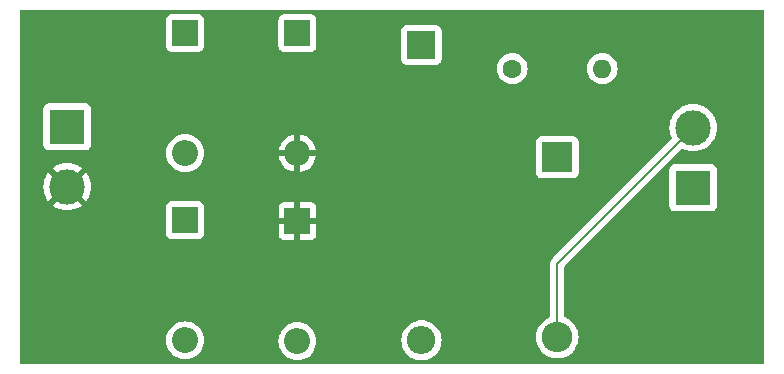
<source format=gbr>
G04 #@! TF.GenerationSoftware,KiCad,Pcbnew,8.0.6*
G04 #@! TF.CreationDate,2025-09-25T22:41:12-06:00*
G04 #@! TF.ProjectId,CargadorWalkieTalkie,43617267-6164-46f7-9257-616c6b696554,0.0*
G04 #@! TF.SameCoordinates,Original*
G04 #@! TF.FileFunction,Copper,L1,Top*
G04 #@! TF.FilePolarity,Positive*
%FSLAX46Y46*%
G04 Gerber Fmt 4.6, Leading zero omitted, Abs format (unit mm)*
G04 Created by KiCad (PCBNEW 8.0.6) date 2025-09-25 22:41:12*
%MOMM*%
%LPD*%
G01*
G04 APERTURE LIST*
G04 #@! TA.AperFunction,ComponentPad*
%ADD10C,1.600000*%
G04 #@! TD*
G04 #@! TA.AperFunction,ComponentPad*
%ADD11O,1.600000X1.600000*%
G04 #@! TD*
G04 #@! TA.AperFunction,ComponentPad*
%ADD12R,2.400000X2.400000*%
G04 #@! TD*
G04 #@! TA.AperFunction,ComponentPad*
%ADD13O,2.400000X2.400000*%
G04 #@! TD*
G04 #@! TA.AperFunction,ComponentPad*
%ADD14R,2.600000X2.600000*%
G04 #@! TD*
G04 #@! TA.AperFunction,ComponentPad*
%ADD15O,2.600000X2.600000*%
G04 #@! TD*
G04 #@! TA.AperFunction,ComponentPad*
%ADD16R,2.200000X2.200000*%
G04 #@! TD*
G04 #@! TA.AperFunction,ComponentPad*
%ADD17O,2.200000X2.200000*%
G04 #@! TD*
G04 #@! TA.AperFunction,ComponentPad*
%ADD18R,3.000000X3.000000*%
G04 #@! TD*
G04 #@! TA.AperFunction,ComponentPad*
%ADD19C,3.000000*%
G04 #@! TD*
G04 #@! TA.AperFunction,Conductor*
%ADD20C,0.200000*%
G04 #@! TD*
G04 APERTURE END LIST*
D10*
X133190000Y-81000000D03*
D11*
X140810000Y-81000000D03*
D12*
X125500000Y-79000000D03*
D13*
X125500000Y-104000000D03*
D14*
X137000000Y-88500000D03*
D15*
X137000000Y-103740000D03*
D16*
X105500000Y-78000000D03*
D17*
X105500000Y-88160000D03*
D16*
X105500000Y-93840000D03*
D17*
X105500000Y-104000000D03*
D16*
X115000000Y-78000000D03*
D17*
X115000000Y-88160000D03*
D18*
X148500000Y-91080000D03*
D19*
X148500000Y-86000000D03*
D18*
X95500000Y-85920000D03*
D19*
X95500000Y-91000000D03*
D16*
X115000000Y-93920000D03*
D17*
X115000000Y-104080000D03*
D20*
X137000000Y-97500000D02*
X148500000Y-86000000D01*
X137000000Y-103740000D02*
X137000000Y-97500000D01*
G04 #@! TA.AperFunction,Conductor*
G36*
X154442539Y-76020185D02*
G01*
X154488294Y-76072989D01*
X154499500Y-76124500D01*
X154499500Y-105875500D01*
X154479815Y-105942539D01*
X154427011Y-105988294D01*
X154375500Y-105999500D01*
X91624500Y-105999500D01*
X91557461Y-105979815D01*
X91511706Y-105927011D01*
X91500500Y-105875500D01*
X91500500Y-104000000D01*
X103894551Y-104000000D01*
X103914317Y-104251151D01*
X103973126Y-104496110D01*
X104069533Y-104728859D01*
X104201160Y-104943653D01*
X104201161Y-104943656D01*
X104201164Y-104943659D01*
X104364776Y-105135224D01*
X104458443Y-105215223D01*
X104556343Y-105298838D01*
X104556346Y-105298839D01*
X104771140Y-105430466D01*
X104939690Y-105500281D01*
X105003889Y-105526873D01*
X105248852Y-105585683D01*
X105500000Y-105605449D01*
X105751148Y-105585683D01*
X105996111Y-105526873D01*
X106228859Y-105430466D01*
X106443659Y-105298836D01*
X106635224Y-105135224D01*
X106798836Y-104943659D01*
X106930466Y-104728859D01*
X107026873Y-104496111D01*
X107085683Y-104251148D01*
X107099153Y-104080000D01*
X113394551Y-104080000D01*
X113414317Y-104331151D01*
X113473126Y-104576110D01*
X113569533Y-104808859D01*
X113701160Y-105023653D01*
X113701161Y-105023656D01*
X113701164Y-105023659D01*
X113864776Y-105215224D01*
X114002944Y-105333231D01*
X114056343Y-105378838D01*
X114056346Y-105378839D01*
X114271140Y-105510466D01*
X114456845Y-105587387D01*
X114503889Y-105606873D01*
X114748852Y-105665683D01*
X115000000Y-105685449D01*
X115251148Y-105665683D01*
X115496111Y-105606873D01*
X115728859Y-105510466D01*
X115943659Y-105378836D01*
X116135224Y-105215224D01*
X116298836Y-105023659D01*
X116430466Y-104808859D01*
X116526873Y-104576111D01*
X116585683Y-104331148D01*
X116605449Y-104080000D01*
X116599152Y-103999995D01*
X123794732Y-103999995D01*
X123794732Y-104000004D01*
X123813777Y-104254154D01*
X123831350Y-104331148D01*
X123870492Y-104502637D01*
X123963607Y-104739888D01*
X124091041Y-104960612D01*
X124249950Y-105159877D01*
X124436783Y-105333232D01*
X124647366Y-105476805D01*
X124647371Y-105476807D01*
X124647372Y-105476808D01*
X124647373Y-105476809D01*
X124751333Y-105526873D01*
X124876992Y-105587387D01*
X124876993Y-105587387D01*
X124876996Y-105587389D01*
X125120542Y-105662513D01*
X125372565Y-105700500D01*
X125627435Y-105700500D01*
X125879458Y-105662513D01*
X126123004Y-105587389D01*
X126352634Y-105476805D01*
X126563217Y-105333232D01*
X126750050Y-105159877D01*
X126908959Y-104960612D01*
X127036393Y-104739888D01*
X127129508Y-104502637D01*
X127186222Y-104254157D01*
X127205268Y-104000000D01*
X127186222Y-103745843D01*
X127184887Y-103739995D01*
X135194451Y-103739995D01*
X135194451Y-103740004D01*
X135214616Y-104009101D01*
X135274664Y-104272188D01*
X135274666Y-104272195D01*
X135362547Y-104496111D01*
X135373257Y-104523398D01*
X135508185Y-104757102D01*
X135644080Y-104927509D01*
X135676442Y-104968089D01*
X135856571Y-105135223D01*
X135874259Y-105151635D01*
X136097226Y-105303651D01*
X136340359Y-105420738D01*
X136598228Y-105500280D01*
X136598229Y-105500280D01*
X136598232Y-105500281D01*
X136865063Y-105540499D01*
X136865068Y-105540499D01*
X136865071Y-105540500D01*
X136865072Y-105540500D01*
X137134928Y-105540500D01*
X137134929Y-105540500D01*
X137134936Y-105540499D01*
X137401767Y-105500281D01*
X137401768Y-105500280D01*
X137401772Y-105500280D01*
X137659641Y-105420738D01*
X137902775Y-105303651D01*
X138125741Y-105151635D01*
X138323561Y-104968085D01*
X138491815Y-104757102D01*
X138626743Y-104523398D01*
X138725334Y-104272195D01*
X138785383Y-104009103D01*
X138805549Y-103740000D01*
X138785383Y-103470897D01*
X138725334Y-103207805D01*
X138626743Y-102956602D01*
X138491815Y-102722898D01*
X138323561Y-102511915D01*
X138323560Y-102511914D01*
X138323557Y-102511910D01*
X138125741Y-102328365D01*
X138083404Y-102299500D01*
X137902775Y-102176349D01*
X137902769Y-102176346D01*
X137902768Y-102176345D01*
X137902767Y-102176344D01*
X137670699Y-102064587D01*
X137618839Y-102017765D01*
X137600500Y-101952867D01*
X137600500Y-97800096D01*
X137620185Y-97733057D01*
X137636814Y-97712420D01*
X145817098Y-89532135D01*
X146499500Y-89532135D01*
X146499500Y-92627870D01*
X146499501Y-92627876D01*
X146505908Y-92687483D01*
X146556202Y-92822328D01*
X146556206Y-92822335D01*
X146642452Y-92937544D01*
X146642455Y-92937547D01*
X146757664Y-93023793D01*
X146757671Y-93023797D01*
X146892517Y-93074091D01*
X146892516Y-93074091D01*
X146899444Y-93074835D01*
X146952127Y-93080500D01*
X150047872Y-93080499D01*
X150107483Y-93074091D01*
X150242331Y-93023796D01*
X150357546Y-92937546D01*
X150443796Y-92822331D01*
X150494091Y-92687483D01*
X150500500Y-92627873D01*
X150500499Y-89532128D01*
X150494091Y-89472517D01*
X150488989Y-89458839D01*
X150443797Y-89337671D01*
X150443793Y-89337664D01*
X150357547Y-89222455D01*
X150357544Y-89222452D01*
X150242335Y-89136206D01*
X150242328Y-89136202D01*
X150107482Y-89085908D01*
X150107483Y-89085908D01*
X150047883Y-89079501D01*
X150047881Y-89079500D01*
X150047873Y-89079500D01*
X150047864Y-89079500D01*
X146952129Y-89079500D01*
X146952123Y-89079501D01*
X146892516Y-89085908D01*
X146757671Y-89136202D01*
X146757664Y-89136206D01*
X146642455Y-89222452D01*
X146642452Y-89222455D01*
X146556206Y-89337664D01*
X146556202Y-89337671D01*
X146505908Y-89472517D01*
X146499501Y-89532116D01*
X146499501Y-89532123D01*
X146499500Y-89532135D01*
X145817098Y-89532135D01*
X147509374Y-87839859D01*
X147570695Y-87806376D01*
X147640387Y-87811360D01*
X147656474Y-87818707D01*
X147666839Y-87824367D01*
X147934954Y-87924369D01*
X147934960Y-87924370D01*
X147934962Y-87924371D01*
X148214566Y-87985195D01*
X148214568Y-87985195D01*
X148214572Y-87985196D01*
X148468220Y-88003337D01*
X148499999Y-88005610D01*
X148500000Y-88005610D01*
X148500001Y-88005610D01*
X148528595Y-88003564D01*
X148785428Y-87985196D01*
X149065046Y-87924369D01*
X149333161Y-87824367D01*
X149584315Y-87687226D01*
X149813395Y-87515739D01*
X150015739Y-87313395D01*
X150187226Y-87084315D01*
X150324367Y-86833161D01*
X150424369Y-86565046D01*
X150485196Y-86285428D01*
X150505610Y-86000000D01*
X150485196Y-85714572D01*
X150424369Y-85434954D01*
X150324367Y-85166839D01*
X150187226Y-84915685D01*
X150187224Y-84915682D01*
X150015745Y-84686612D01*
X150015729Y-84686594D01*
X149813405Y-84484270D01*
X149813387Y-84484254D01*
X149584317Y-84312775D01*
X149584309Y-84312770D01*
X149333166Y-84175635D01*
X149333167Y-84175635D01*
X149225915Y-84135632D01*
X149065046Y-84075631D01*
X149065043Y-84075630D01*
X149065037Y-84075628D01*
X148785433Y-84014804D01*
X148500001Y-83994390D01*
X148499999Y-83994390D01*
X148214566Y-84014804D01*
X147934962Y-84075628D01*
X147666833Y-84175635D01*
X147415690Y-84312770D01*
X147415682Y-84312775D01*
X147186612Y-84484254D01*
X147186594Y-84484270D01*
X146984270Y-84686594D01*
X146984254Y-84686612D01*
X146812775Y-84915682D01*
X146812770Y-84915690D01*
X146675635Y-85166833D01*
X146575628Y-85434962D01*
X146514804Y-85714566D01*
X146494390Y-85999998D01*
X146494390Y-86000001D01*
X146514804Y-86285433D01*
X146575628Y-86565037D01*
X146575630Y-86565043D01*
X146575631Y-86565046D01*
X146675633Y-86833161D01*
X146680707Y-86842454D01*
X146681288Y-86843517D01*
X146696140Y-86911790D01*
X146671724Y-86977254D01*
X146660137Y-86990626D01*
X136631286Y-97019478D01*
X136519481Y-97131282D01*
X136519479Y-97131285D01*
X136469361Y-97218094D01*
X136469359Y-97218096D01*
X136440425Y-97268209D01*
X136440424Y-97268210D01*
X136440423Y-97268215D01*
X136399499Y-97420943D01*
X136399499Y-97420945D01*
X136399499Y-97589046D01*
X136399500Y-97589059D01*
X136399500Y-101952866D01*
X136379815Y-102019905D01*
X136329302Y-102064586D01*
X136097230Y-102176346D01*
X135874258Y-102328365D01*
X135676442Y-102511910D01*
X135508185Y-102722898D01*
X135373258Y-102956599D01*
X135373256Y-102956603D01*
X135274666Y-103207804D01*
X135274664Y-103207811D01*
X135214616Y-103470898D01*
X135194451Y-103739995D01*
X127184887Y-103739995D01*
X127129508Y-103497363D01*
X127036393Y-103260112D01*
X126908959Y-103039388D01*
X126750050Y-102840123D01*
X126563217Y-102666768D01*
X126352634Y-102523195D01*
X126352630Y-102523193D01*
X126352627Y-102523191D01*
X126352626Y-102523190D01*
X126123006Y-102412612D01*
X126123008Y-102412612D01*
X125879466Y-102337489D01*
X125879462Y-102337488D01*
X125879458Y-102337487D01*
X125758231Y-102319214D01*
X125627440Y-102299500D01*
X125627435Y-102299500D01*
X125372565Y-102299500D01*
X125372559Y-102299500D01*
X125215609Y-102323157D01*
X125120542Y-102337487D01*
X125120539Y-102337488D01*
X125120533Y-102337489D01*
X124876992Y-102412612D01*
X124647373Y-102523190D01*
X124647372Y-102523191D01*
X124436782Y-102666768D01*
X124249952Y-102840121D01*
X124249950Y-102840123D01*
X124091041Y-103039388D01*
X123963608Y-103260109D01*
X123870492Y-103497362D01*
X123870490Y-103497369D01*
X123813777Y-103745845D01*
X123794732Y-103999995D01*
X116599152Y-103999995D01*
X116585683Y-103828852D01*
X116526873Y-103583889D01*
X116493736Y-103503889D01*
X116430466Y-103351140D01*
X116298839Y-103136346D01*
X116298838Y-103136343D01*
X116230511Y-103056343D01*
X116135224Y-102944776D01*
X116008571Y-102836604D01*
X115943656Y-102781161D01*
X115943653Y-102781160D01*
X115728859Y-102649533D01*
X115496110Y-102553126D01*
X115251151Y-102494317D01*
X115000000Y-102474551D01*
X114748848Y-102494317D01*
X114503889Y-102553126D01*
X114271140Y-102649533D01*
X114056346Y-102781160D01*
X114056343Y-102781161D01*
X113864776Y-102944776D01*
X113701161Y-103136343D01*
X113701160Y-103136346D01*
X113569533Y-103351140D01*
X113473126Y-103583889D01*
X113414317Y-103828848D01*
X113394551Y-104080000D01*
X107099153Y-104080000D01*
X107105449Y-104000000D01*
X107085683Y-103748852D01*
X107026873Y-103503889D01*
X106930466Y-103271141D01*
X106930466Y-103271140D01*
X106798839Y-103056346D01*
X106798838Y-103056343D01*
X106761875Y-103013066D01*
X106635224Y-102864776D01*
X106508571Y-102756604D01*
X106443656Y-102701161D01*
X106443653Y-102701160D01*
X106228859Y-102569533D01*
X105996110Y-102473126D01*
X105751151Y-102414317D01*
X105500000Y-102394551D01*
X105248848Y-102414317D01*
X105003889Y-102473126D01*
X104771140Y-102569533D01*
X104556346Y-102701160D01*
X104556343Y-102701161D01*
X104364776Y-102864776D01*
X104201161Y-103056343D01*
X104201160Y-103056346D01*
X104069533Y-103271140D01*
X103973126Y-103503889D01*
X103914317Y-103748848D01*
X103894551Y-104000000D01*
X91500500Y-104000000D01*
X91500500Y-90999998D01*
X93494891Y-90999998D01*
X93494891Y-91000001D01*
X93515300Y-91285362D01*
X93576109Y-91564895D01*
X93676091Y-91832958D01*
X93813191Y-92084038D01*
X93813196Y-92084046D01*
X93919882Y-92226561D01*
X93919883Y-92226562D01*
X94814767Y-91331677D01*
X94826497Y-91359995D01*
X94909670Y-91484472D01*
X95015528Y-91590330D01*
X95140005Y-91673503D01*
X95168320Y-91685231D01*
X94273436Y-92580115D01*
X94415960Y-92686807D01*
X94415961Y-92686808D01*
X94667042Y-92823908D01*
X94667041Y-92823908D01*
X94935104Y-92923890D01*
X95214637Y-92984699D01*
X95499999Y-93005109D01*
X95500001Y-93005109D01*
X95785362Y-92984699D01*
X96064895Y-92923890D01*
X96332958Y-92823908D01*
X96574282Y-92692135D01*
X103899500Y-92692135D01*
X103899500Y-94987870D01*
X103899501Y-94987876D01*
X103905908Y-95047483D01*
X103956202Y-95182328D01*
X103956206Y-95182335D01*
X104042452Y-95297544D01*
X104042455Y-95297547D01*
X104157664Y-95383793D01*
X104157671Y-95383797D01*
X104292517Y-95434091D01*
X104292516Y-95434091D01*
X104299444Y-95434835D01*
X104352127Y-95440500D01*
X106647872Y-95440499D01*
X106707483Y-95434091D01*
X106842331Y-95383796D01*
X106957546Y-95297546D01*
X107043796Y-95182331D01*
X107094091Y-95047483D01*
X107100500Y-94987873D01*
X107100499Y-92772155D01*
X113400000Y-92772155D01*
X113400000Y-93670000D01*
X114509252Y-93670000D01*
X114487482Y-93707708D01*
X114450000Y-93847591D01*
X114450000Y-93992409D01*
X114487482Y-94132292D01*
X114509252Y-94170000D01*
X113400000Y-94170000D01*
X113400000Y-95067844D01*
X113406401Y-95127372D01*
X113406403Y-95127379D01*
X113456645Y-95262086D01*
X113456649Y-95262093D01*
X113542809Y-95377187D01*
X113542812Y-95377190D01*
X113657906Y-95463350D01*
X113657913Y-95463354D01*
X113792620Y-95513596D01*
X113792627Y-95513598D01*
X113852155Y-95519999D01*
X113852172Y-95520000D01*
X114750000Y-95520000D01*
X114750000Y-94410747D01*
X114787708Y-94432518D01*
X114927591Y-94470000D01*
X115072409Y-94470000D01*
X115212292Y-94432518D01*
X115250000Y-94410747D01*
X115250000Y-95520000D01*
X116147828Y-95520000D01*
X116147844Y-95519999D01*
X116207372Y-95513598D01*
X116207379Y-95513596D01*
X116342086Y-95463354D01*
X116342093Y-95463350D01*
X116457187Y-95377190D01*
X116457190Y-95377187D01*
X116543350Y-95262093D01*
X116543354Y-95262086D01*
X116593596Y-95127379D01*
X116593598Y-95127372D01*
X116599999Y-95067844D01*
X116600000Y-95067827D01*
X116600000Y-94170000D01*
X115490748Y-94170000D01*
X115512518Y-94132292D01*
X115550000Y-93992409D01*
X115550000Y-93847591D01*
X115512518Y-93707708D01*
X115490748Y-93670000D01*
X116600000Y-93670000D01*
X116600000Y-92772172D01*
X116599999Y-92772155D01*
X116593598Y-92712627D01*
X116593596Y-92712620D01*
X116543354Y-92577913D01*
X116543350Y-92577906D01*
X116457190Y-92462812D01*
X116457187Y-92462809D01*
X116342093Y-92376649D01*
X116342086Y-92376645D01*
X116207379Y-92326403D01*
X116207372Y-92326401D01*
X116147844Y-92320000D01*
X115250000Y-92320000D01*
X115250000Y-93429252D01*
X115212292Y-93407482D01*
X115072409Y-93370000D01*
X114927591Y-93370000D01*
X114787708Y-93407482D01*
X114750000Y-93429252D01*
X114750000Y-92320000D01*
X113852155Y-92320000D01*
X113792627Y-92326401D01*
X113792620Y-92326403D01*
X113657913Y-92376645D01*
X113657906Y-92376649D01*
X113542812Y-92462809D01*
X113542809Y-92462812D01*
X113456649Y-92577906D01*
X113456645Y-92577913D01*
X113406403Y-92712620D01*
X113406401Y-92712627D01*
X113400000Y-92772155D01*
X107100499Y-92772155D01*
X107100499Y-92692128D01*
X107094091Y-92632517D01*
X107074546Y-92580115D01*
X107043797Y-92497671D01*
X107043793Y-92497664D01*
X106957547Y-92382455D01*
X106957544Y-92382452D01*
X106842335Y-92296206D01*
X106842328Y-92296202D01*
X106707482Y-92245908D01*
X106707483Y-92245908D01*
X106647883Y-92239501D01*
X106647881Y-92239500D01*
X106647873Y-92239500D01*
X106647864Y-92239500D01*
X104352129Y-92239500D01*
X104352123Y-92239501D01*
X104292516Y-92245908D01*
X104157671Y-92296202D01*
X104157664Y-92296206D01*
X104042455Y-92382452D01*
X104042452Y-92382455D01*
X103956206Y-92497664D01*
X103956202Y-92497671D01*
X103905908Y-92632517D01*
X103900072Y-92686803D01*
X103899501Y-92692123D01*
X103899500Y-92692135D01*
X96574282Y-92692135D01*
X96584047Y-92686803D01*
X96726561Y-92580116D01*
X96726562Y-92580115D01*
X95831679Y-91685231D01*
X95859995Y-91673503D01*
X95984472Y-91590330D01*
X96090330Y-91484472D01*
X96173503Y-91359995D01*
X96185231Y-91331678D01*
X97080115Y-92226562D01*
X97080116Y-92226561D01*
X97186803Y-92084047D01*
X97323908Y-91832958D01*
X97423890Y-91564895D01*
X97484699Y-91285362D01*
X97505109Y-91000001D01*
X97505109Y-90999998D01*
X97484699Y-90714637D01*
X97423890Y-90435104D01*
X97323908Y-90167041D01*
X97186808Y-89915961D01*
X97186807Y-89915960D01*
X97080115Y-89773436D01*
X96185231Y-90668320D01*
X96173503Y-90640005D01*
X96090330Y-90515528D01*
X95984472Y-90409670D01*
X95859995Y-90326497D01*
X95831678Y-90314767D01*
X96726562Y-89419883D01*
X96726561Y-89419882D01*
X96584046Y-89313196D01*
X96584038Y-89313191D01*
X96332957Y-89176091D01*
X96332958Y-89176091D01*
X96064895Y-89076109D01*
X95785362Y-89015300D01*
X95500001Y-88994891D01*
X95499999Y-88994891D01*
X95214637Y-89015300D01*
X94935104Y-89076109D01*
X94667041Y-89176091D01*
X94415961Y-89313191D01*
X94415953Y-89313196D01*
X94273437Y-89419882D01*
X94273436Y-89419883D01*
X95168321Y-90314767D01*
X95140005Y-90326497D01*
X95015528Y-90409670D01*
X94909670Y-90515528D01*
X94826497Y-90640005D01*
X94814768Y-90668321D01*
X93919883Y-89773436D01*
X93919882Y-89773437D01*
X93813196Y-89915953D01*
X93813191Y-89915961D01*
X93676091Y-90167041D01*
X93576109Y-90435104D01*
X93515300Y-90714637D01*
X93494891Y-90999998D01*
X91500500Y-90999998D01*
X91500500Y-88160000D01*
X103894551Y-88160000D01*
X103914317Y-88411151D01*
X103973126Y-88656110D01*
X104069533Y-88888859D01*
X104201160Y-89103653D01*
X104201161Y-89103656D01*
X104201164Y-89103659D01*
X104364776Y-89295224D01*
X104510732Y-89419882D01*
X104556343Y-89458838D01*
X104556346Y-89458839D01*
X104771140Y-89590466D01*
X105002737Y-89686396D01*
X105003889Y-89686873D01*
X105248852Y-89745683D01*
X105500000Y-89765449D01*
X105751148Y-89745683D01*
X105996111Y-89686873D01*
X106228859Y-89590466D01*
X106443659Y-89458836D01*
X106635224Y-89295224D01*
X106798836Y-89103659D01*
X106930466Y-88888859D01*
X107026873Y-88656111D01*
X107085683Y-88411148D01*
X107105449Y-88160000D01*
X107085773Y-87909999D01*
X113414728Y-87909999D01*
X113414729Y-87910000D01*
X114509252Y-87910000D01*
X114487482Y-87947708D01*
X114450000Y-88087591D01*
X114450000Y-88232409D01*
X114487482Y-88372292D01*
X114509252Y-88410000D01*
X113414728Y-88410000D01*
X113414811Y-88411067D01*
X113473603Y-88655956D01*
X113569980Y-88888631D01*
X113701568Y-89103362D01*
X113701571Y-89103367D01*
X113865130Y-89294869D01*
X114056632Y-89458428D01*
X114056637Y-89458431D01*
X114271368Y-89590019D01*
X114504043Y-89686396D01*
X114748932Y-89745188D01*
X114749999Y-89745271D01*
X114750000Y-89745271D01*
X114750000Y-88650747D01*
X114787708Y-88672518D01*
X114927591Y-88710000D01*
X115072409Y-88710000D01*
X115212292Y-88672518D01*
X115250000Y-88650747D01*
X115250000Y-89745271D01*
X115251067Y-89745188D01*
X115495956Y-89686396D01*
X115728631Y-89590019D01*
X115943362Y-89458431D01*
X115943367Y-89458428D01*
X116134869Y-89294869D01*
X116298428Y-89103367D01*
X116298431Y-89103362D01*
X116430019Y-88888631D01*
X116526396Y-88655956D01*
X116585188Y-88411067D01*
X116585272Y-88410000D01*
X115490748Y-88410000D01*
X115512518Y-88372292D01*
X115550000Y-88232409D01*
X115550000Y-88087591D01*
X115512518Y-87947708D01*
X115490748Y-87910000D01*
X116585271Y-87910000D01*
X116585271Y-87909999D01*
X116585188Y-87908932D01*
X116526396Y-87664043D01*
X116430019Y-87431368D01*
X116298431Y-87216637D01*
X116298428Y-87216632D01*
X116243342Y-87152135D01*
X135199500Y-87152135D01*
X135199500Y-89847870D01*
X135199501Y-89847876D01*
X135205908Y-89907483D01*
X135256202Y-90042328D01*
X135256206Y-90042335D01*
X135342452Y-90157544D01*
X135342455Y-90157547D01*
X135457664Y-90243793D01*
X135457671Y-90243797D01*
X135592517Y-90294091D01*
X135592516Y-90294091D01*
X135599444Y-90294835D01*
X135652127Y-90300500D01*
X138347872Y-90300499D01*
X138407483Y-90294091D01*
X138542331Y-90243796D01*
X138657546Y-90157546D01*
X138743796Y-90042331D01*
X138794091Y-89907483D01*
X138800500Y-89847873D01*
X138800499Y-87152128D01*
X138794091Y-87092517D01*
X138768957Y-87025130D01*
X138743797Y-86957671D01*
X138743793Y-86957664D01*
X138657547Y-86842455D01*
X138657544Y-86842452D01*
X138542335Y-86756206D01*
X138542328Y-86756202D01*
X138407482Y-86705908D01*
X138407483Y-86705908D01*
X138347883Y-86699501D01*
X138347881Y-86699500D01*
X138347873Y-86699500D01*
X138347864Y-86699500D01*
X135652129Y-86699500D01*
X135652123Y-86699501D01*
X135592516Y-86705908D01*
X135457671Y-86756202D01*
X135457664Y-86756206D01*
X135342455Y-86842452D01*
X135342452Y-86842455D01*
X135256206Y-86957664D01*
X135256202Y-86957671D01*
X135205908Y-87092517D01*
X135199501Y-87152116D01*
X135199501Y-87152123D01*
X135199500Y-87152135D01*
X116243342Y-87152135D01*
X116134869Y-87025130D01*
X115943367Y-86861571D01*
X115943362Y-86861568D01*
X115728631Y-86729980D01*
X115495956Y-86633603D01*
X115251064Y-86574811D01*
X115250000Y-86574726D01*
X115250000Y-87669252D01*
X115212292Y-87647482D01*
X115072409Y-87610000D01*
X114927591Y-87610000D01*
X114787708Y-87647482D01*
X114750000Y-87669252D01*
X114750000Y-86574726D01*
X114748935Y-86574811D01*
X114504043Y-86633603D01*
X114271368Y-86729980D01*
X114056637Y-86861568D01*
X114056632Y-86861571D01*
X113865130Y-87025130D01*
X113701571Y-87216632D01*
X113701568Y-87216637D01*
X113569980Y-87431368D01*
X113473603Y-87664043D01*
X113414811Y-87908932D01*
X113414728Y-87909999D01*
X107085773Y-87909999D01*
X107085683Y-87908852D01*
X107026873Y-87663889D01*
X106965508Y-87515739D01*
X106930466Y-87431140D01*
X106798839Y-87216346D01*
X106798838Y-87216343D01*
X106743992Y-87152127D01*
X106635224Y-87024776D01*
X106444136Y-86861571D01*
X106443656Y-86861161D01*
X106443653Y-86861160D01*
X106228859Y-86729533D01*
X105996110Y-86633126D01*
X105751151Y-86574317D01*
X105500000Y-86554551D01*
X105248848Y-86574317D01*
X105003889Y-86633126D01*
X104771140Y-86729533D01*
X104556346Y-86861160D01*
X104556343Y-86861161D01*
X104364776Y-87024776D01*
X104201161Y-87216343D01*
X104201160Y-87216346D01*
X104069533Y-87431140D01*
X103973126Y-87663889D01*
X103914317Y-87908848D01*
X103894551Y-88160000D01*
X91500500Y-88160000D01*
X91500500Y-84372135D01*
X93499500Y-84372135D01*
X93499500Y-87467870D01*
X93499501Y-87467876D01*
X93505908Y-87527483D01*
X93556202Y-87662328D01*
X93556206Y-87662335D01*
X93642452Y-87777544D01*
X93642455Y-87777547D01*
X93757664Y-87863793D01*
X93757671Y-87863797D01*
X93892517Y-87914091D01*
X93892516Y-87914091D01*
X93899444Y-87914835D01*
X93952127Y-87920500D01*
X97047872Y-87920499D01*
X97107483Y-87914091D01*
X97242331Y-87863796D01*
X97357546Y-87777546D01*
X97443796Y-87662331D01*
X97494091Y-87527483D01*
X97500500Y-87467873D01*
X97500499Y-84372128D01*
X97494091Y-84312517D01*
X97443796Y-84177669D01*
X97443795Y-84177668D01*
X97443793Y-84177664D01*
X97357547Y-84062455D01*
X97357544Y-84062452D01*
X97242335Y-83976206D01*
X97242328Y-83976202D01*
X97107482Y-83925908D01*
X97107483Y-83925908D01*
X97047883Y-83919501D01*
X97047881Y-83919500D01*
X97047873Y-83919500D01*
X97047864Y-83919500D01*
X93952129Y-83919500D01*
X93952123Y-83919501D01*
X93892516Y-83925908D01*
X93757671Y-83976202D01*
X93757664Y-83976206D01*
X93642455Y-84062452D01*
X93642452Y-84062455D01*
X93556206Y-84177664D01*
X93556202Y-84177671D01*
X93505908Y-84312517D01*
X93499501Y-84372116D01*
X93499501Y-84372123D01*
X93499500Y-84372135D01*
X91500500Y-84372135D01*
X91500500Y-80999998D01*
X131884532Y-80999998D01*
X131884532Y-81000001D01*
X131904364Y-81226686D01*
X131904366Y-81226697D01*
X131963258Y-81446488D01*
X131963261Y-81446497D01*
X132059431Y-81652732D01*
X132059432Y-81652734D01*
X132189954Y-81839141D01*
X132350858Y-82000045D01*
X132350861Y-82000047D01*
X132537266Y-82130568D01*
X132743504Y-82226739D01*
X132963308Y-82285635D01*
X133125230Y-82299801D01*
X133189998Y-82305468D01*
X133190000Y-82305468D01*
X133190002Y-82305468D01*
X133246673Y-82300509D01*
X133416692Y-82285635D01*
X133636496Y-82226739D01*
X133842734Y-82130568D01*
X134029139Y-82000047D01*
X134190047Y-81839139D01*
X134320568Y-81652734D01*
X134416739Y-81446496D01*
X134475635Y-81226692D01*
X134495468Y-81000000D01*
X134495468Y-80999998D01*
X139504532Y-80999998D01*
X139504532Y-81000001D01*
X139524364Y-81226686D01*
X139524366Y-81226697D01*
X139583258Y-81446488D01*
X139583261Y-81446497D01*
X139679431Y-81652732D01*
X139679432Y-81652734D01*
X139809954Y-81839141D01*
X139970858Y-82000045D01*
X139970861Y-82000047D01*
X140157266Y-82130568D01*
X140363504Y-82226739D01*
X140583308Y-82285635D01*
X140745230Y-82299801D01*
X140809998Y-82305468D01*
X140810000Y-82305468D01*
X140810002Y-82305468D01*
X140866673Y-82300509D01*
X141036692Y-82285635D01*
X141256496Y-82226739D01*
X141462734Y-82130568D01*
X141649139Y-82000047D01*
X141810047Y-81839139D01*
X141940568Y-81652734D01*
X142036739Y-81446496D01*
X142095635Y-81226692D01*
X142115468Y-81000000D01*
X142095635Y-80773308D01*
X142036739Y-80553504D01*
X141940568Y-80347266D01*
X141810047Y-80160861D01*
X141810045Y-80160858D01*
X141649141Y-79999954D01*
X141462734Y-79869432D01*
X141462732Y-79869431D01*
X141256497Y-79773261D01*
X141256488Y-79773258D01*
X141036697Y-79714366D01*
X141036693Y-79714365D01*
X141036692Y-79714365D01*
X141036691Y-79714364D01*
X141036686Y-79714364D01*
X140810002Y-79694532D01*
X140809998Y-79694532D01*
X140583313Y-79714364D01*
X140583302Y-79714366D01*
X140363511Y-79773258D01*
X140363502Y-79773261D01*
X140157267Y-79869431D01*
X140157265Y-79869432D01*
X139970858Y-79999954D01*
X139809954Y-80160858D01*
X139679432Y-80347265D01*
X139679431Y-80347267D01*
X139583261Y-80553502D01*
X139583258Y-80553511D01*
X139524366Y-80773302D01*
X139524364Y-80773313D01*
X139504532Y-80999998D01*
X134495468Y-80999998D01*
X134475635Y-80773308D01*
X134416739Y-80553504D01*
X134320568Y-80347266D01*
X134190047Y-80160861D01*
X134190045Y-80160858D01*
X134029141Y-79999954D01*
X133842734Y-79869432D01*
X133842732Y-79869431D01*
X133636497Y-79773261D01*
X133636488Y-79773258D01*
X133416697Y-79714366D01*
X133416693Y-79714365D01*
X133416692Y-79714365D01*
X133416691Y-79714364D01*
X133416686Y-79714364D01*
X133190002Y-79694532D01*
X133189998Y-79694532D01*
X132963313Y-79714364D01*
X132963302Y-79714366D01*
X132743511Y-79773258D01*
X132743502Y-79773261D01*
X132537267Y-79869431D01*
X132537265Y-79869432D01*
X132350858Y-79999954D01*
X132189954Y-80160858D01*
X132059432Y-80347265D01*
X132059431Y-80347267D01*
X131963261Y-80553502D01*
X131963258Y-80553511D01*
X131904366Y-80773302D01*
X131904364Y-80773313D01*
X131884532Y-80999998D01*
X91500500Y-80999998D01*
X91500500Y-76852135D01*
X103899500Y-76852135D01*
X103899500Y-79147870D01*
X103899501Y-79147876D01*
X103905908Y-79207483D01*
X103956202Y-79342328D01*
X103956206Y-79342335D01*
X104042452Y-79457544D01*
X104042455Y-79457547D01*
X104157664Y-79543793D01*
X104157671Y-79543797D01*
X104292517Y-79594091D01*
X104292516Y-79594091D01*
X104299444Y-79594835D01*
X104352127Y-79600500D01*
X106647872Y-79600499D01*
X106707483Y-79594091D01*
X106842331Y-79543796D01*
X106957546Y-79457546D01*
X107043796Y-79342331D01*
X107094091Y-79207483D01*
X107100500Y-79147873D01*
X107100499Y-76852135D01*
X113399500Y-76852135D01*
X113399500Y-79147870D01*
X113399501Y-79147876D01*
X113405908Y-79207483D01*
X113456202Y-79342328D01*
X113456206Y-79342335D01*
X113542452Y-79457544D01*
X113542455Y-79457547D01*
X113657664Y-79543793D01*
X113657671Y-79543797D01*
X113792517Y-79594091D01*
X113792516Y-79594091D01*
X113799444Y-79594835D01*
X113852127Y-79600500D01*
X116147872Y-79600499D01*
X116207483Y-79594091D01*
X116342331Y-79543796D01*
X116457546Y-79457546D01*
X116543796Y-79342331D01*
X116594091Y-79207483D01*
X116600500Y-79147873D01*
X116600499Y-77752135D01*
X123799500Y-77752135D01*
X123799500Y-80247870D01*
X123799501Y-80247876D01*
X123805908Y-80307483D01*
X123856202Y-80442328D01*
X123856206Y-80442335D01*
X123942452Y-80557544D01*
X123942455Y-80557547D01*
X124057664Y-80643793D01*
X124057671Y-80643797D01*
X124192517Y-80694091D01*
X124192516Y-80694091D01*
X124199444Y-80694835D01*
X124252127Y-80700500D01*
X126747872Y-80700499D01*
X126807483Y-80694091D01*
X126942331Y-80643796D01*
X127057546Y-80557546D01*
X127143796Y-80442331D01*
X127194091Y-80307483D01*
X127200500Y-80247873D01*
X127200499Y-77752128D01*
X127194091Y-77692517D01*
X127143796Y-77557669D01*
X127143795Y-77557668D01*
X127143793Y-77557664D01*
X127057547Y-77442455D01*
X127057544Y-77442452D01*
X126942335Y-77356206D01*
X126942328Y-77356202D01*
X126807482Y-77305908D01*
X126807483Y-77305908D01*
X126747883Y-77299501D01*
X126747881Y-77299500D01*
X126747873Y-77299500D01*
X126747864Y-77299500D01*
X124252129Y-77299500D01*
X124252123Y-77299501D01*
X124192516Y-77305908D01*
X124057671Y-77356202D01*
X124057664Y-77356206D01*
X123942455Y-77442452D01*
X123942452Y-77442455D01*
X123856206Y-77557664D01*
X123856202Y-77557671D01*
X123805908Y-77692517D01*
X123799501Y-77752116D01*
X123799501Y-77752123D01*
X123799500Y-77752135D01*
X116600499Y-77752135D01*
X116600499Y-76852128D01*
X116594091Y-76792517D01*
X116543796Y-76657669D01*
X116543795Y-76657668D01*
X116543793Y-76657664D01*
X116457547Y-76542455D01*
X116457544Y-76542452D01*
X116342335Y-76456206D01*
X116342328Y-76456202D01*
X116207482Y-76405908D01*
X116207483Y-76405908D01*
X116147883Y-76399501D01*
X116147881Y-76399500D01*
X116147873Y-76399500D01*
X116147864Y-76399500D01*
X113852129Y-76399500D01*
X113852123Y-76399501D01*
X113792516Y-76405908D01*
X113657671Y-76456202D01*
X113657664Y-76456206D01*
X113542455Y-76542452D01*
X113542452Y-76542455D01*
X113456206Y-76657664D01*
X113456202Y-76657671D01*
X113405908Y-76792517D01*
X113399501Y-76852116D01*
X113399501Y-76852123D01*
X113399500Y-76852135D01*
X107100499Y-76852135D01*
X107100499Y-76852128D01*
X107094091Y-76792517D01*
X107043796Y-76657669D01*
X107043795Y-76657668D01*
X107043793Y-76657664D01*
X106957547Y-76542455D01*
X106957544Y-76542452D01*
X106842335Y-76456206D01*
X106842328Y-76456202D01*
X106707482Y-76405908D01*
X106707483Y-76405908D01*
X106647883Y-76399501D01*
X106647881Y-76399500D01*
X106647873Y-76399500D01*
X106647864Y-76399500D01*
X104352129Y-76399500D01*
X104352123Y-76399501D01*
X104292516Y-76405908D01*
X104157671Y-76456202D01*
X104157664Y-76456206D01*
X104042455Y-76542452D01*
X104042452Y-76542455D01*
X103956206Y-76657664D01*
X103956202Y-76657671D01*
X103905908Y-76792517D01*
X103899501Y-76852116D01*
X103899501Y-76852123D01*
X103899500Y-76852135D01*
X91500500Y-76852135D01*
X91500500Y-76124500D01*
X91520185Y-76057461D01*
X91572989Y-76011706D01*
X91624500Y-76000500D01*
X154375500Y-76000500D01*
X154442539Y-76020185D01*
G37*
G04 #@! TD.AperFunction*
M02*

</source>
